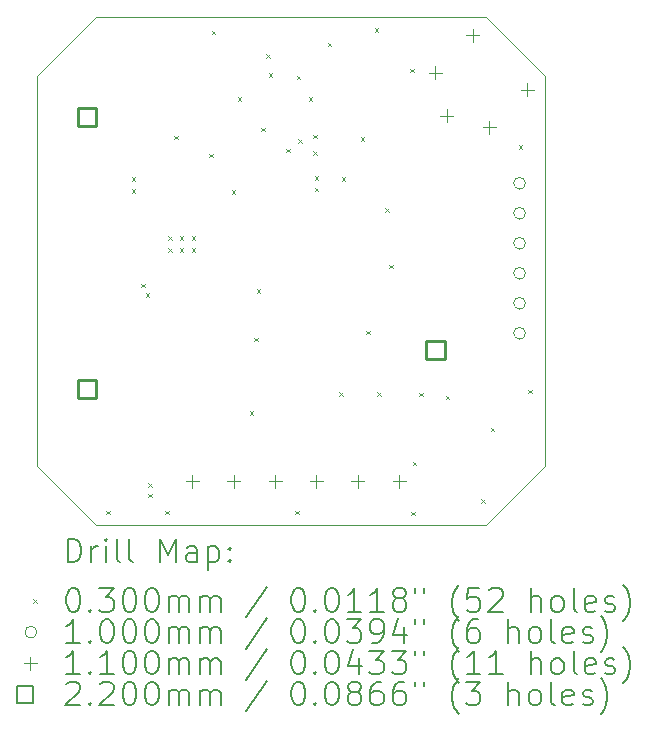
<source format=gbr>
%TF.GenerationSoftware,KiCad,Pcbnew,9.0.1*%
%TF.CreationDate,2025-05-14T09:31:43-05:00*%
%TF.ProjectId,Incipit11,496e6369-7069-4743-9131-2e6b69636164,A*%
%TF.SameCoordinates,Original*%
%TF.FileFunction,Drillmap*%
%TF.FilePolarity,Positive*%
%FSLAX45Y45*%
G04 Gerber Fmt 4.5, Leading zero omitted, Abs format (unit mm)*
G04 Created by KiCad (PCBNEW 9.0.1) date 2025-05-14 09:31:43*
%MOMM*%
%LPD*%
G01*
G04 APERTURE LIST*
%ADD10C,0.050000*%
%ADD11C,0.200000*%
%ADD12C,0.100000*%
%ADD13C,0.110000*%
%ADD14C,0.220000*%
G04 APERTURE END LIST*
D10*
X16225000Y-6830000D02*
X16725000Y-7330000D01*
X16175000Y-11130000D02*
X12975000Y-11130000D01*
X12975000Y-11130000D02*
X12925000Y-11130000D01*
X16725000Y-10630000D02*
X16725000Y-7330000D01*
X12425000Y-10630000D02*
X12425000Y-7330000D01*
X16725000Y-10630000D02*
X16225000Y-11130000D01*
X12925000Y-6830000D02*
X12425000Y-7330000D01*
X16175000Y-11130000D02*
X16225000Y-11130000D01*
X16225000Y-6830000D02*
X12925000Y-6830000D01*
X12425000Y-10630000D02*
X12925000Y-11130000D01*
D11*
D12*
X13010000Y-11010000D02*
X13040000Y-11040000D01*
X13040000Y-11010000D02*
X13010000Y-11040000D01*
X13225000Y-8185000D02*
X13255000Y-8215000D01*
X13255000Y-8185000D02*
X13225000Y-8215000D01*
X13225000Y-8285000D02*
X13255000Y-8315000D01*
X13255000Y-8285000D02*
X13225000Y-8315000D01*
X13305000Y-9085000D02*
X13335000Y-9115000D01*
X13335000Y-9085000D02*
X13305000Y-9115000D01*
X13345000Y-9165000D02*
X13375000Y-9195000D01*
X13375000Y-9165000D02*
X13345000Y-9195000D01*
X13365000Y-10775000D02*
X13395000Y-10805000D01*
X13395000Y-10775000D02*
X13365000Y-10805000D01*
X13365000Y-10865000D02*
X13395000Y-10895000D01*
X13395000Y-10865000D02*
X13365000Y-10895000D01*
X13510000Y-11010000D02*
X13540000Y-11040000D01*
X13540000Y-11010000D02*
X13510000Y-11040000D01*
X13535000Y-8685000D02*
X13565000Y-8715000D01*
X13565000Y-8685000D02*
X13535000Y-8715000D01*
X13535000Y-8785000D02*
X13565000Y-8815000D01*
X13565000Y-8785000D02*
X13535000Y-8815000D01*
X13585000Y-7835000D02*
X13615000Y-7865000D01*
X13615000Y-7835000D02*
X13585000Y-7865000D01*
X13635000Y-8685000D02*
X13665000Y-8715000D01*
X13665000Y-8685000D02*
X13635000Y-8715000D01*
X13635000Y-8785000D02*
X13665000Y-8815000D01*
X13665000Y-8785000D02*
X13635000Y-8815000D01*
X13735000Y-8685000D02*
X13765000Y-8715000D01*
X13765000Y-8685000D02*
X13735000Y-8715000D01*
X13735000Y-8785000D02*
X13765000Y-8815000D01*
X13765000Y-8785000D02*
X13735000Y-8815000D01*
X13885000Y-7985000D02*
X13915000Y-8015000D01*
X13915000Y-7985000D02*
X13885000Y-8015000D01*
X13905000Y-6945000D02*
X13935000Y-6975000D01*
X13935000Y-6945000D02*
X13905000Y-6975000D01*
X14075000Y-8295000D02*
X14105000Y-8325000D01*
X14105000Y-8295000D02*
X14075000Y-8325000D01*
X14125000Y-7505000D02*
X14155000Y-7535000D01*
X14155000Y-7505000D02*
X14125000Y-7535000D01*
X14225000Y-10165000D02*
X14255000Y-10195000D01*
X14255000Y-10165000D02*
X14225000Y-10195000D01*
X14265000Y-9545000D02*
X14295000Y-9575000D01*
X14295000Y-9545000D02*
X14265000Y-9575000D01*
X14285000Y-9135000D02*
X14315000Y-9165000D01*
X14315000Y-9135000D02*
X14285000Y-9165000D01*
X14325000Y-7765000D02*
X14355000Y-7795000D01*
X14355000Y-7765000D02*
X14325000Y-7795000D01*
X14365000Y-7145000D02*
X14395000Y-7175000D01*
X14395000Y-7145000D02*
X14365000Y-7175000D01*
X14385000Y-7305000D02*
X14415000Y-7335000D01*
X14415000Y-7305000D02*
X14385000Y-7335000D01*
X14536386Y-7943613D02*
X14566386Y-7973613D01*
X14566386Y-7943613D02*
X14536386Y-7973613D01*
X14610000Y-11010000D02*
X14640000Y-11040000D01*
X14640000Y-11010000D02*
X14610000Y-11040000D01*
X14625000Y-7325000D02*
X14655000Y-7355000D01*
X14655000Y-7325000D02*
X14625000Y-7355000D01*
X14635000Y-7865000D02*
X14665000Y-7895000D01*
X14665000Y-7865000D02*
X14635000Y-7895000D01*
X14725000Y-7505000D02*
X14755000Y-7535000D01*
X14755000Y-7505000D02*
X14725000Y-7535000D01*
X14765000Y-7825000D02*
X14795000Y-7855000D01*
X14795000Y-7825000D02*
X14765000Y-7855000D01*
X14765000Y-7965000D02*
X14795000Y-7995000D01*
X14795000Y-7965000D02*
X14765000Y-7995000D01*
X14775000Y-8175000D02*
X14805000Y-8205000D01*
X14805000Y-8175000D02*
X14775000Y-8205000D01*
X14775000Y-8275000D02*
X14805000Y-8305000D01*
X14805000Y-8275000D02*
X14775000Y-8305000D01*
X14885000Y-7045000D02*
X14915000Y-7075000D01*
X14915000Y-7045000D02*
X14885000Y-7075000D01*
X14985000Y-10005000D02*
X15015000Y-10035000D01*
X15015000Y-10005000D02*
X14985000Y-10035000D01*
X15005000Y-8185000D02*
X15035000Y-8215000D01*
X15035000Y-8185000D02*
X15005000Y-8215000D01*
X15165000Y-7845000D02*
X15195000Y-7875000D01*
X15195000Y-7845000D02*
X15165000Y-7875000D01*
X15210000Y-9485000D02*
X15240000Y-9515000D01*
X15240000Y-9485000D02*
X15210000Y-9515000D01*
X15285000Y-6925000D02*
X15315000Y-6955000D01*
X15315000Y-6925000D02*
X15285000Y-6955000D01*
X15305000Y-10005000D02*
X15335000Y-10035000D01*
X15335000Y-10005000D02*
X15305000Y-10035000D01*
X15375000Y-8445000D02*
X15405000Y-8475000D01*
X15405000Y-8445000D02*
X15375000Y-8475000D01*
X15405000Y-8925000D02*
X15435000Y-8955000D01*
X15435000Y-8925000D02*
X15405000Y-8955000D01*
X15585000Y-7265000D02*
X15615000Y-7295000D01*
X15615000Y-7265000D02*
X15585000Y-7295000D01*
X15595000Y-11015000D02*
X15625000Y-11045000D01*
X15625000Y-11015000D02*
X15595000Y-11045000D01*
X15605000Y-10595000D02*
X15635000Y-10625000D01*
X15635000Y-10595000D02*
X15605000Y-10625000D01*
X15660000Y-10010000D02*
X15690000Y-10040000D01*
X15690000Y-10010000D02*
X15660000Y-10040000D01*
X15885000Y-10035000D02*
X15915000Y-10065000D01*
X15915000Y-10035000D02*
X15885000Y-10065000D01*
X16185000Y-10910000D02*
X16215000Y-10940000D01*
X16215000Y-10910000D02*
X16185000Y-10940000D01*
X16265000Y-10305000D02*
X16295000Y-10335000D01*
X16295000Y-10305000D02*
X16265000Y-10335000D01*
X16505000Y-7915000D02*
X16535000Y-7945000D01*
X16535000Y-7915000D02*
X16505000Y-7945000D01*
X16585000Y-9985000D02*
X16615000Y-10015000D01*
X16615000Y-9985000D02*
X16585000Y-10015000D01*
X16560000Y-8235000D02*
G75*
G02*
X16460000Y-8235000I-50000J0D01*
G01*
X16460000Y-8235000D02*
G75*
G02*
X16560000Y-8235000I50000J0D01*
G01*
X16560000Y-8489000D02*
G75*
G02*
X16460000Y-8489000I-50000J0D01*
G01*
X16460000Y-8489000D02*
G75*
G02*
X16560000Y-8489000I50000J0D01*
G01*
X16560000Y-8743000D02*
G75*
G02*
X16460000Y-8743000I-50000J0D01*
G01*
X16460000Y-8743000D02*
G75*
G02*
X16560000Y-8743000I50000J0D01*
G01*
X16560000Y-8997000D02*
G75*
G02*
X16460000Y-8997000I-50000J0D01*
G01*
X16460000Y-8997000D02*
G75*
G02*
X16560000Y-8997000I50000J0D01*
G01*
X16560000Y-9251000D02*
G75*
G02*
X16460000Y-9251000I-50000J0D01*
G01*
X16460000Y-9251000D02*
G75*
G02*
X16560000Y-9251000I50000J0D01*
G01*
X16560000Y-9505000D02*
G75*
G02*
X16460000Y-9505000I-50000J0D01*
G01*
X16460000Y-9505000D02*
G75*
G02*
X16560000Y-9505000I50000J0D01*
G01*
D13*
X13740000Y-10705000D02*
X13740000Y-10815000D01*
X13685000Y-10760000D02*
X13795000Y-10760000D01*
X14090000Y-10705000D02*
X14090000Y-10815000D01*
X14035000Y-10760000D02*
X14145000Y-10760000D01*
X14440000Y-10705000D02*
X14440000Y-10815000D01*
X14385000Y-10760000D02*
X14495000Y-10760000D01*
X14790000Y-10705000D02*
X14790000Y-10815000D01*
X14735000Y-10760000D02*
X14845000Y-10760000D01*
X15140000Y-10705000D02*
X15140000Y-10815000D01*
X15085000Y-10760000D02*
X15195000Y-10760000D01*
X15490000Y-10705000D02*
X15490000Y-10815000D01*
X15435000Y-10760000D02*
X15545000Y-10760000D01*
X15795963Y-7246417D02*
X15795963Y-7356417D01*
X15740963Y-7301417D02*
X15850963Y-7301417D01*
X15894958Y-7607042D02*
X15894958Y-7717042D01*
X15839958Y-7662042D02*
X15949958Y-7662042D01*
X16114161Y-6928219D02*
X16114161Y-7038219D01*
X16059161Y-6983219D02*
X16169161Y-6983219D01*
X16255583Y-7706037D02*
X16255583Y-7816037D01*
X16200583Y-7761037D02*
X16310583Y-7761037D01*
X16573781Y-7387839D02*
X16573781Y-7497839D01*
X16518781Y-7442839D02*
X16628781Y-7442839D01*
D14*
X12927782Y-7752782D02*
X12927782Y-7597217D01*
X12772217Y-7597217D01*
X12772217Y-7752782D01*
X12927782Y-7752782D01*
X12927782Y-10052783D02*
X12927782Y-9897218D01*
X12772217Y-9897218D01*
X12772217Y-10052783D01*
X12927782Y-10052783D01*
X15877782Y-9727783D02*
X15877782Y-9572218D01*
X15722217Y-9572218D01*
X15722217Y-9727783D01*
X15877782Y-9727783D01*
D11*
X12683277Y-11443984D02*
X12683277Y-11243984D01*
X12683277Y-11243984D02*
X12730896Y-11243984D01*
X12730896Y-11243984D02*
X12759467Y-11253508D01*
X12759467Y-11253508D02*
X12778515Y-11272555D01*
X12778515Y-11272555D02*
X12788039Y-11291603D01*
X12788039Y-11291603D02*
X12797562Y-11329698D01*
X12797562Y-11329698D02*
X12797562Y-11358269D01*
X12797562Y-11358269D02*
X12788039Y-11396365D01*
X12788039Y-11396365D02*
X12778515Y-11415412D01*
X12778515Y-11415412D02*
X12759467Y-11434460D01*
X12759467Y-11434460D02*
X12730896Y-11443984D01*
X12730896Y-11443984D02*
X12683277Y-11443984D01*
X12883277Y-11443984D02*
X12883277Y-11310650D01*
X12883277Y-11348746D02*
X12892801Y-11329698D01*
X12892801Y-11329698D02*
X12902324Y-11320174D01*
X12902324Y-11320174D02*
X12921372Y-11310650D01*
X12921372Y-11310650D02*
X12940420Y-11310650D01*
X13007086Y-11443984D02*
X13007086Y-11310650D01*
X13007086Y-11243984D02*
X12997562Y-11253508D01*
X12997562Y-11253508D02*
X13007086Y-11263031D01*
X13007086Y-11263031D02*
X13016610Y-11253508D01*
X13016610Y-11253508D02*
X13007086Y-11243984D01*
X13007086Y-11243984D02*
X13007086Y-11263031D01*
X13130896Y-11443984D02*
X13111848Y-11434460D01*
X13111848Y-11434460D02*
X13102324Y-11415412D01*
X13102324Y-11415412D02*
X13102324Y-11243984D01*
X13235658Y-11443984D02*
X13216610Y-11434460D01*
X13216610Y-11434460D02*
X13207086Y-11415412D01*
X13207086Y-11415412D02*
X13207086Y-11243984D01*
X13464229Y-11443984D02*
X13464229Y-11243984D01*
X13464229Y-11243984D02*
X13530896Y-11386841D01*
X13530896Y-11386841D02*
X13597562Y-11243984D01*
X13597562Y-11243984D02*
X13597562Y-11443984D01*
X13778515Y-11443984D02*
X13778515Y-11339222D01*
X13778515Y-11339222D02*
X13768991Y-11320174D01*
X13768991Y-11320174D02*
X13749943Y-11310650D01*
X13749943Y-11310650D02*
X13711848Y-11310650D01*
X13711848Y-11310650D02*
X13692801Y-11320174D01*
X13778515Y-11434460D02*
X13759467Y-11443984D01*
X13759467Y-11443984D02*
X13711848Y-11443984D01*
X13711848Y-11443984D02*
X13692801Y-11434460D01*
X13692801Y-11434460D02*
X13683277Y-11415412D01*
X13683277Y-11415412D02*
X13683277Y-11396365D01*
X13683277Y-11396365D02*
X13692801Y-11377317D01*
X13692801Y-11377317D02*
X13711848Y-11367793D01*
X13711848Y-11367793D02*
X13759467Y-11367793D01*
X13759467Y-11367793D02*
X13778515Y-11358269D01*
X13873753Y-11310650D02*
X13873753Y-11510650D01*
X13873753Y-11320174D02*
X13892801Y-11310650D01*
X13892801Y-11310650D02*
X13930896Y-11310650D01*
X13930896Y-11310650D02*
X13949943Y-11320174D01*
X13949943Y-11320174D02*
X13959467Y-11329698D01*
X13959467Y-11329698D02*
X13968991Y-11348746D01*
X13968991Y-11348746D02*
X13968991Y-11405888D01*
X13968991Y-11405888D02*
X13959467Y-11424936D01*
X13959467Y-11424936D02*
X13949943Y-11434460D01*
X13949943Y-11434460D02*
X13930896Y-11443984D01*
X13930896Y-11443984D02*
X13892801Y-11443984D01*
X13892801Y-11443984D02*
X13873753Y-11434460D01*
X14054705Y-11424936D02*
X14064229Y-11434460D01*
X14064229Y-11434460D02*
X14054705Y-11443984D01*
X14054705Y-11443984D02*
X14045182Y-11434460D01*
X14045182Y-11434460D02*
X14054705Y-11424936D01*
X14054705Y-11424936D02*
X14054705Y-11443984D01*
X14054705Y-11320174D02*
X14064229Y-11329698D01*
X14064229Y-11329698D02*
X14054705Y-11339222D01*
X14054705Y-11339222D02*
X14045182Y-11329698D01*
X14045182Y-11329698D02*
X14054705Y-11320174D01*
X14054705Y-11320174D02*
X14054705Y-11339222D01*
D12*
X12392500Y-11757500D02*
X12422500Y-11787500D01*
X12422500Y-11757500D02*
X12392500Y-11787500D01*
D11*
X12721372Y-11663984D02*
X12740420Y-11663984D01*
X12740420Y-11663984D02*
X12759467Y-11673508D01*
X12759467Y-11673508D02*
X12768991Y-11683031D01*
X12768991Y-11683031D02*
X12778515Y-11702079D01*
X12778515Y-11702079D02*
X12788039Y-11740174D01*
X12788039Y-11740174D02*
X12788039Y-11787793D01*
X12788039Y-11787793D02*
X12778515Y-11825888D01*
X12778515Y-11825888D02*
X12768991Y-11844936D01*
X12768991Y-11844936D02*
X12759467Y-11854460D01*
X12759467Y-11854460D02*
X12740420Y-11863984D01*
X12740420Y-11863984D02*
X12721372Y-11863984D01*
X12721372Y-11863984D02*
X12702324Y-11854460D01*
X12702324Y-11854460D02*
X12692801Y-11844936D01*
X12692801Y-11844936D02*
X12683277Y-11825888D01*
X12683277Y-11825888D02*
X12673753Y-11787793D01*
X12673753Y-11787793D02*
X12673753Y-11740174D01*
X12673753Y-11740174D02*
X12683277Y-11702079D01*
X12683277Y-11702079D02*
X12692801Y-11683031D01*
X12692801Y-11683031D02*
X12702324Y-11673508D01*
X12702324Y-11673508D02*
X12721372Y-11663984D01*
X12873753Y-11844936D02*
X12883277Y-11854460D01*
X12883277Y-11854460D02*
X12873753Y-11863984D01*
X12873753Y-11863984D02*
X12864229Y-11854460D01*
X12864229Y-11854460D02*
X12873753Y-11844936D01*
X12873753Y-11844936D02*
X12873753Y-11863984D01*
X12949943Y-11663984D02*
X13073753Y-11663984D01*
X13073753Y-11663984D02*
X13007086Y-11740174D01*
X13007086Y-11740174D02*
X13035658Y-11740174D01*
X13035658Y-11740174D02*
X13054705Y-11749698D01*
X13054705Y-11749698D02*
X13064229Y-11759222D01*
X13064229Y-11759222D02*
X13073753Y-11778269D01*
X13073753Y-11778269D02*
X13073753Y-11825888D01*
X13073753Y-11825888D02*
X13064229Y-11844936D01*
X13064229Y-11844936D02*
X13054705Y-11854460D01*
X13054705Y-11854460D02*
X13035658Y-11863984D01*
X13035658Y-11863984D02*
X12978515Y-11863984D01*
X12978515Y-11863984D02*
X12959467Y-11854460D01*
X12959467Y-11854460D02*
X12949943Y-11844936D01*
X13197562Y-11663984D02*
X13216610Y-11663984D01*
X13216610Y-11663984D02*
X13235658Y-11673508D01*
X13235658Y-11673508D02*
X13245182Y-11683031D01*
X13245182Y-11683031D02*
X13254705Y-11702079D01*
X13254705Y-11702079D02*
X13264229Y-11740174D01*
X13264229Y-11740174D02*
X13264229Y-11787793D01*
X13264229Y-11787793D02*
X13254705Y-11825888D01*
X13254705Y-11825888D02*
X13245182Y-11844936D01*
X13245182Y-11844936D02*
X13235658Y-11854460D01*
X13235658Y-11854460D02*
X13216610Y-11863984D01*
X13216610Y-11863984D02*
X13197562Y-11863984D01*
X13197562Y-11863984D02*
X13178515Y-11854460D01*
X13178515Y-11854460D02*
X13168991Y-11844936D01*
X13168991Y-11844936D02*
X13159467Y-11825888D01*
X13159467Y-11825888D02*
X13149943Y-11787793D01*
X13149943Y-11787793D02*
X13149943Y-11740174D01*
X13149943Y-11740174D02*
X13159467Y-11702079D01*
X13159467Y-11702079D02*
X13168991Y-11683031D01*
X13168991Y-11683031D02*
X13178515Y-11673508D01*
X13178515Y-11673508D02*
X13197562Y-11663984D01*
X13388039Y-11663984D02*
X13407086Y-11663984D01*
X13407086Y-11663984D02*
X13426134Y-11673508D01*
X13426134Y-11673508D02*
X13435658Y-11683031D01*
X13435658Y-11683031D02*
X13445182Y-11702079D01*
X13445182Y-11702079D02*
X13454705Y-11740174D01*
X13454705Y-11740174D02*
X13454705Y-11787793D01*
X13454705Y-11787793D02*
X13445182Y-11825888D01*
X13445182Y-11825888D02*
X13435658Y-11844936D01*
X13435658Y-11844936D02*
X13426134Y-11854460D01*
X13426134Y-11854460D02*
X13407086Y-11863984D01*
X13407086Y-11863984D02*
X13388039Y-11863984D01*
X13388039Y-11863984D02*
X13368991Y-11854460D01*
X13368991Y-11854460D02*
X13359467Y-11844936D01*
X13359467Y-11844936D02*
X13349943Y-11825888D01*
X13349943Y-11825888D02*
X13340420Y-11787793D01*
X13340420Y-11787793D02*
X13340420Y-11740174D01*
X13340420Y-11740174D02*
X13349943Y-11702079D01*
X13349943Y-11702079D02*
X13359467Y-11683031D01*
X13359467Y-11683031D02*
X13368991Y-11673508D01*
X13368991Y-11673508D02*
X13388039Y-11663984D01*
X13540420Y-11863984D02*
X13540420Y-11730650D01*
X13540420Y-11749698D02*
X13549943Y-11740174D01*
X13549943Y-11740174D02*
X13568991Y-11730650D01*
X13568991Y-11730650D02*
X13597563Y-11730650D01*
X13597563Y-11730650D02*
X13616610Y-11740174D01*
X13616610Y-11740174D02*
X13626134Y-11759222D01*
X13626134Y-11759222D02*
X13626134Y-11863984D01*
X13626134Y-11759222D02*
X13635658Y-11740174D01*
X13635658Y-11740174D02*
X13654705Y-11730650D01*
X13654705Y-11730650D02*
X13683277Y-11730650D01*
X13683277Y-11730650D02*
X13702324Y-11740174D01*
X13702324Y-11740174D02*
X13711848Y-11759222D01*
X13711848Y-11759222D02*
X13711848Y-11863984D01*
X13807086Y-11863984D02*
X13807086Y-11730650D01*
X13807086Y-11749698D02*
X13816610Y-11740174D01*
X13816610Y-11740174D02*
X13835658Y-11730650D01*
X13835658Y-11730650D02*
X13864229Y-11730650D01*
X13864229Y-11730650D02*
X13883277Y-11740174D01*
X13883277Y-11740174D02*
X13892801Y-11759222D01*
X13892801Y-11759222D02*
X13892801Y-11863984D01*
X13892801Y-11759222D02*
X13902324Y-11740174D01*
X13902324Y-11740174D02*
X13921372Y-11730650D01*
X13921372Y-11730650D02*
X13949943Y-11730650D01*
X13949943Y-11730650D02*
X13968991Y-11740174D01*
X13968991Y-11740174D02*
X13978515Y-11759222D01*
X13978515Y-11759222D02*
X13978515Y-11863984D01*
X14368991Y-11654460D02*
X14197563Y-11911603D01*
X14626134Y-11663984D02*
X14645182Y-11663984D01*
X14645182Y-11663984D02*
X14664229Y-11673508D01*
X14664229Y-11673508D02*
X14673753Y-11683031D01*
X14673753Y-11683031D02*
X14683277Y-11702079D01*
X14683277Y-11702079D02*
X14692801Y-11740174D01*
X14692801Y-11740174D02*
X14692801Y-11787793D01*
X14692801Y-11787793D02*
X14683277Y-11825888D01*
X14683277Y-11825888D02*
X14673753Y-11844936D01*
X14673753Y-11844936D02*
X14664229Y-11854460D01*
X14664229Y-11854460D02*
X14645182Y-11863984D01*
X14645182Y-11863984D02*
X14626134Y-11863984D01*
X14626134Y-11863984D02*
X14607086Y-11854460D01*
X14607086Y-11854460D02*
X14597563Y-11844936D01*
X14597563Y-11844936D02*
X14588039Y-11825888D01*
X14588039Y-11825888D02*
X14578515Y-11787793D01*
X14578515Y-11787793D02*
X14578515Y-11740174D01*
X14578515Y-11740174D02*
X14588039Y-11702079D01*
X14588039Y-11702079D02*
X14597563Y-11683031D01*
X14597563Y-11683031D02*
X14607086Y-11673508D01*
X14607086Y-11673508D02*
X14626134Y-11663984D01*
X14778515Y-11844936D02*
X14788039Y-11854460D01*
X14788039Y-11854460D02*
X14778515Y-11863984D01*
X14778515Y-11863984D02*
X14768991Y-11854460D01*
X14768991Y-11854460D02*
X14778515Y-11844936D01*
X14778515Y-11844936D02*
X14778515Y-11863984D01*
X14911848Y-11663984D02*
X14930896Y-11663984D01*
X14930896Y-11663984D02*
X14949944Y-11673508D01*
X14949944Y-11673508D02*
X14959467Y-11683031D01*
X14959467Y-11683031D02*
X14968991Y-11702079D01*
X14968991Y-11702079D02*
X14978515Y-11740174D01*
X14978515Y-11740174D02*
X14978515Y-11787793D01*
X14978515Y-11787793D02*
X14968991Y-11825888D01*
X14968991Y-11825888D02*
X14959467Y-11844936D01*
X14959467Y-11844936D02*
X14949944Y-11854460D01*
X14949944Y-11854460D02*
X14930896Y-11863984D01*
X14930896Y-11863984D02*
X14911848Y-11863984D01*
X14911848Y-11863984D02*
X14892801Y-11854460D01*
X14892801Y-11854460D02*
X14883277Y-11844936D01*
X14883277Y-11844936D02*
X14873753Y-11825888D01*
X14873753Y-11825888D02*
X14864229Y-11787793D01*
X14864229Y-11787793D02*
X14864229Y-11740174D01*
X14864229Y-11740174D02*
X14873753Y-11702079D01*
X14873753Y-11702079D02*
X14883277Y-11683031D01*
X14883277Y-11683031D02*
X14892801Y-11673508D01*
X14892801Y-11673508D02*
X14911848Y-11663984D01*
X15168991Y-11863984D02*
X15054706Y-11863984D01*
X15111848Y-11863984D02*
X15111848Y-11663984D01*
X15111848Y-11663984D02*
X15092801Y-11692555D01*
X15092801Y-11692555D02*
X15073753Y-11711603D01*
X15073753Y-11711603D02*
X15054706Y-11721127D01*
X15359467Y-11863984D02*
X15245182Y-11863984D01*
X15302325Y-11863984D02*
X15302325Y-11663984D01*
X15302325Y-11663984D02*
X15283277Y-11692555D01*
X15283277Y-11692555D02*
X15264229Y-11711603D01*
X15264229Y-11711603D02*
X15245182Y-11721127D01*
X15473753Y-11749698D02*
X15454706Y-11740174D01*
X15454706Y-11740174D02*
X15445182Y-11730650D01*
X15445182Y-11730650D02*
X15435658Y-11711603D01*
X15435658Y-11711603D02*
X15435658Y-11702079D01*
X15435658Y-11702079D02*
X15445182Y-11683031D01*
X15445182Y-11683031D02*
X15454706Y-11673508D01*
X15454706Y-11673508D02*
X15473753Y-11663984D01*
X15473753Y-11663984D02*
X15511848Y-11663984D01*
X15511848Y-11663984D02*
X15530896Y-11673508D01*
X15530896Y-11673508D02*
X15540420Y-11683031D01*
X15540420Y-11683031D02*
X15549944Y-11702079D01*
X15549944Y-11702079D02*
X15549944Y-11711603D01*
X15549944Y-11711603D02*
X15540420Y-11730650D01*
X15540420Y-11730650D02*
X15530896Y-11740174D01*
X15530896Y-11740174D02*
X15511848Y-11749698D01*
X15511848Y-11749698D02*
X15473753Y-11749698D01*
X15473753Y-11749698D02*
X15454706Y-11759222D01*
X15454706Y-11759222D02*
X15445182Y-11768746D01*
X15445182Y-11768746D02*
X15435658Y-11787793D01*
X15435658Y-11787793D02*
X15435658Y-11825888D01*
X15435658Y-11825888D02*
X15445182Y-11844936D01*
X15445182Y-11844936D02*
X15454706Y-11854460D01*
X15454706Y-11854460D02*
X15473753Y-11863984D01*
X15473753Y-11863984D02*
X15511848Y-11863984D01*
X15511848Y-11863984D02*
X15530896Y-11854460D01*
X15530896Y-11854460D02*
X15540420Y-11844936D01*
X15540420Y-11844936D02*
X15549944Y-11825888D01*
X15549944Y-11825888D02*
X15549944Y-11787793D01*
X15549944Y-11787793D02*
X15540420Y-11768746D01*
X15540420Y-11768746D02*
X15530896Y-11759222D01*
X15530896Y-11759222D02*
X15511848Y-11749698D01*
X15626134Y-11663984D02*
X15626134Y-11702079D01*
X15702325Y-11663984D02*
X15702325Y-11702079D01*
X15997563Y-11940174D02*
X15988039Y-11930650D01*
X15988039Y-11930650D02*
X15968991Y-11902079D01*
X15968991Y-11902079D02*
X15959468Y-11883031D01*
X15959468Y-11883031D02*
X15949944Y-11854460D01*
X15949944Y-11854460D02*
X15940420Y-11806841D01*
X15940420Y-11806841D02*
X15940420Y-11768746D01*
X15940420Y-11768746D02*
X15949944Y-11721127D01*
X15949944Y-11721127D02*
X15959468Y-11692555D01*
X15959468Y-11692555D02*
X15968991Y-11673508D01*
X15968991Y-11673508D02*
X15988039Y-11644936D01*
X15988039Y-11644936D02*
X15997563Y-11635412D01*
X16168991Y-11663984D02*
X16073753Y-11663984D01*
X16073753Y-11663984D02*
X16064229Y-11759222D01*
X16064229Y-11759222D02*
X16073753Y-11749698D01*
X16073753Y-11749698D02*
X16092801Y-11740174D01*
X16092801Y-11740174D02*
X16140420Y-11740174D01*
X16140420Y-11740174D02*
X16159468Y-11749698D01*
X16159468Y-11749698D02*
X16168991Y-11759222D01*
X16168991Y-11759222D02*
X16178515Y-11778269D01*
X16178515Y-11778269D02*
X16178515Y-11825888D01*
X16178515Y-11825888D02*
X16168991Y-11844936D01*
X16168991Y-11844936D02*
X16159468Y-11854460D01*
X16159468Y-11854460D02*
X16140420Y-11863984D01*
X16140420Y-11863984D02*
X16092801Y-11863984D01*
X16092801Y-11863984D02*
X16073753Y-11854460D01*
X16073753Y-11854460D02*
X16064229Y-11844936D01*
X16254706Y-11683031D02*
X16264229Y-11673508D01*
X16264229Y-11673508D02*
X16283277Y-11663984D01*
X16283277Y-11663984D02*
X16330896Y-11663984D01*
X16330896Y-11663984D02*
X16349944Y-11673508D01*
X16349944Y-11673508D02*
X16359468Y-11683031D01*
X16359468Y-11683031D02*
X16368991Y-11702079D01*
X16368991Y-11702079D02*
X16368991Y-11721127D01*
X16368991Y-11721127D02*
X16359468Y-11749698D01*
X16359468Y-11749698D02*
X16245182Y-11863984D01*
X16245182Y-11863984D02*
X16368991Y-11863984D01*
X16607087Y-11863984D02*
X16607087Y-11663984D01*
X16692801Y-11863984D02*
X16692801Y-11759222D01*
X16692801Y-11759222D02*
X16683277Y-11740174D01*
X16683277Y-11740174D02*
X16664230Y-11730650D01*
X16664230Y-11730650D02*
X16635658Y-11730650D01*
X16635658Y-11730650D02*
X16616610Y-11740174D01*
X16616610Y-11740174D02*
X16607087Y-11749698D01*
X16816611Y-11863984D02*
X16797563Y-11854460D01*
X16797563Y-11854460D02*
X16788039Y-11844936D01*
X16788039Y-11844936D02*
X16778515Y-11825888D01*
X16778515Y-11825888D02*
X16778515Y-11768746D01*
X16778515Y-11768746D02*
X16788039Y-11749698D01*
X16788039Y-11749698D02*
X16797563Y-11740174D01*
X16797563Y-11740174D02*
X16816611Y-11730650D01*
X16816611Y-11730650D02*
X16845182Y-11730650D01*
X16845182Y-11730650D02*
X16864230Y-11740174D01*
X16864230Y-11740174D02*
X16873753Y-11749698D01*
X16873753Y-11749698D02*
X16883277Y-11768746D01*
X16883277Y-11768746D02*
X16883277Y-11825888D01*
X16883277Y-11825888D02*
X16873753Y-11844936D01*
X16873753Y-11844936D02*
X16864230Y-11854460D01*
X16864230Y-11854460D02*
X16845182Y-11863984D01*
X16845182Y-11863984D02*
X16816611Y-11863984D01*
X16997563Y-11863984D02*
X16978515Y-11854460D01*
X16978515Y-11854460D02*
X16968992Y-11835412D01*
X16968992Y-11835412D02*
X16968992Y-11663984D01*
X17149944Y-11854460D02*
X17130896Y-11863984D01*
X17130896Y-11863984D02*
X17092801Y-11863984D01*
X17092801Y-11863984D02*
X17073753Y-11854460D01*
X17073753Y-11854460D02*
X17064230Y-11835412D01*
X17064230Y-11835412D02*
X17064230Y-11759222D01*
X17064230Y-11759222D02*
X17073753Y-11740174D01*
X17073753Y-11740174D02*
X17092801Y-11730650D01*
X17092801Y-11730650D02*
X17130896Y-11730650D01*
X17130896Y-11730650D02*
X17149944Y-11740174D01*
X17149944Y-11740174D02*
X17159468Y-11759222D01*
X17159468Y-11759222D02*
X17159468Y-11778269D01*
X17159468Y-11778269D02*
X17064230Y-11797317D01*
X17235658Y-11854460D02*
X17254706Y-11863984D01*
X17254706Y-11863984D02*
X17292801Y-11863984D01*
X17292801Y-11863984D02*
X17311849Y-11854460D01*
X17311849Y-11854460D02*
X17321373Y-11835412D01*
X17321373Y-11835412D02*
X17321373Y-11825888D01*
X17321373Y-11825888D02*
X17311849Y-11806841D01*
X17311849Y-11806841D02*
X17292801Y-11797317D01*
X17292801Y-11797317D02*
X17264230Y-11797317D01*
X17264230Y-11797317D02*
X17245182Y-11787793D01*
X17245182Y-11787793D02*
X17235658Y-11768746D01*
X17235658Y-11768746D02*
X17235658Y-11759222D01*
X17235658Y-11759222D02*
X17245182Y-11740174D01*
X17245182Y-11740174D02*
X17264230Y-11730650D01*
X17264230Y-11730650D02*
X17292801Y-11730650D01*
X17292801Y-11730650D02*
X17311849Y-11740174D01*
X17388039Y-11940174D02*
X17397563Y-11930650D01*
X17397563Y-11930650D02*
X17416611Y-11902079D01*
X17416611Y-11902079D02*
X17426134Y-11883031D01*
X17426134Y-11883031D02*
X17435658Y-11854460D01*
X17435658Y-11854460D02*
X17445182Y-11806841D01*
X17445182Y-11806841D02*
X17445182Y-11768746D01*
X17445182Y-11768746D02*
X17435658Y-11721127D01*
X17435658Y-11721127D02*
X17426134Y-11692555D01*
X17426134Y-11692555D02*
X17416611Y-11673508D01*
X17416611Y-11673508D02*
X17397563Y-11644936D01*
X17397563Y-11644936D02*
X17388039Y-11635412D01*
D12*
X12422500Y-12036500D02*
G75*
G02*
X12322500Y-12036500I-50000J0D01*
G01*
X12322500Y-12036500D02*
G75*
G02*
X12422500Y-12036500I50000J0D01*
G01*
D11*
X12788039Y-12127984D02*
X12673753Y-12127984D01*
X12730896Y-12127984D02*
X12730896Y-11927984D01*
X12730896Y-11927984D02*
X12711848Y-11956555D01*
X12711848Y-11956555D02*
X12692801Y-11975603D01*
X12692801Y-11975603D02*
X12673753Y-11985127D01*
X12873753Y-12108936D02*
X12883277Y-12118460D01*
X12883277Y-12118460D02*
X12873753Y-12127984D01*
X12873753Y-12127984D02*
X12864229Y-12118460D01*
X12864229Y-12118460D02*
X12873753Y-12108936D01*
X12873753Y-12108936D02*
X12873753Y-12127984D01*
X13007086Y-11927984D02*
X13026134Y-11927984D01*
X13026134Y-11927984D02*
X13045182Y-11937508D01*
X13045182Y-11937508D02*
X13054705Y-11947031D01*
X13054705Y-11947031D02*
X13064229Y-11966079D01*
X13064229Y-11966079D02*
X13073753Y-12004174D01*
X13073753Y-12004174D02*
X13073753Y-12051793D01*
X13073753Y-12051793D02*
X13064229Y-12089888D01*
X13064229Y-12089888D02*
X13054705Y-12108936D01*
X13054705Y-12108936D02*
X13045182Y-12118460D01*
X13045182Y-12118460D02*
X13026134Y-12127984D01*
X13026134Y-12127984D02*
X13007086Y-12127984D01*
X13007086Y-12127984D02*
X12988039Y-12118460D01*
X12988039Y-12118460D02*
X12978515Y-12108936D01*
X12978515Y-12108936D02*
X12968991Y-12089888D01*
X12968991Y-12089888D02*
X12959467Y-12051793D01*
X12959467Y-12051793D02*
X12959467Y-12004174D01*
X12959467Y-12004174D02*
X12968991Y-11966079D01*
X12968991Y-11966079D02*
X12978515Y-11947031D01*
X12978515Y-11947031D02*
X12988039Y-11937508D01*
X12988039Y-11937508D02*
X13007086Y-11927984D01*
X13197562Y-11927984D02*
X13216610Y-11927984D01*
X13216610Y-11927984D02*
X13235658Y-11937508D01*
X13235658Y-11937508D02*
X13245182Y-11947031D01*
X13245182Y-11947031D02*
X13254705Y-11966079D01*
X13254705Y-11966079D02*
X13264229Y-12004174D01*
X13264229Y-12004174D02*
X13264229Y-12051793D01*
X13264229Y-12051793D02*
X13254705Y-12089888D01*
X13254705Y-12089888D02*
X13245182Y-12108936D01*
X13245182Y-12108936D02*
X13235658Y-12118460D01*
X13235658Y-12118460D02*
X13216610Y-12127984D01*
X13216610Y-12127984D02*
X13197562Y-12127984D01*
X13197562Y-12127984D02*
X13178515Y-12118460D01*
X13178515Y-12118460D02*
X13168991Y-12108936D01*
X13168991Y-12108936D02*
X13159467Y-12089888D01*
X13159467Y-12089888D02*
X13149943Y-12051793D01*
X13149943Y-12051793D02*
X13149943Y-12004174D01*
X13149943Y-12004174D02*
X13159467Y-11966079D01*
X13159467Y-11966079D02*
X13168991Y-11947031D01*
X13168991Y-11947031D02*
X13178515Y-11937508D01*
X13178515Y-11937508D02*
X13197562Y-11927984D01*
X13388039Y-11927984D02*
X13407086Y-11927984D01*
X13407086Y-11927984D02*
X13426134Y-11937508D01*
X13426134Y-11937508D02*
X13435658Y-11947031D01*
X13435658Y-11947031D02*
X13445182Y-11966079D01*
X13445182Y-11966079D02*
X13454705Y-12004174D01*
X13454705Y-12004174D02*
X13454705Y-12051793D01*
X13454705Y-12051793D02*
X13445182Y-12089888D01*
X13445182Y-12089888D02*
X13435658Y-12108936D01*
X13435658Y-12108936D02*
X13426134Y-12118460D01*
X13426134Y-12118460D02*
X13407086Y-12127984D01*
X13407086Y-12127984D02*
X13388039Y-12127984D01*
X13388039Y-12127984D02*
X13368991Y-12118460D01*
X13368991Y-12118460D02*
X13359467Y-12108936D01*
X13359467Y-12108936D02*
X13349943Y-12089888D01*
X13349943Y-12089888D02*
X13340420Y-12051793D01*
X13340420Y-12051793D02*
X13340420Y-12004174D01*
X13340420Y-12004174D02*
X13349943Y-11966079D01*
X13349943Y-11966079D02*
X13359467Y-11947031D01*
X13359467Y-11947031D02*
X13368991Y-11937508D01*
X13368991Y-11937508D02*
X13388039Y-11927984D01*
X13540420Y-12127984D02*
X13540420Y-11994650D01*
X13540420Y-12013698D02*
X13549943Y-12004174D01*
X13549943Y-12004174D02*
X13568991Y-11994650D01*
X13568991Y-11994650D02*
X13597563Y-11994650D01*
X13597563Y-11994650D02*
X13616610Y-12004174D01*
X13616610Y-12004174D02*
X13626134Y-12023222D01*
X13626134Y-12023222D02*
X13626134Y-12127984D01*
X13626134Y-12023222D02*
X13635658Y-12004174D01*
X13635658Y-12004174D02*
X13654705Y-11994650D01*
X13654705Y-11994650D02*
X13683277Y-11994650D01*
X13683277Y-11994650D02*
X13702324Y-12004174D01*
X13702324Y-12004174D02*
X13711848Y-12023222D01*
X13711848Y-12023222D02*
X13711848Y-12127984D01*
X13807086Y-12127984D02*
X13807086Y-11994650D01*
X13807086Y-12013698D02*
X13816610Y-12004174D01*
X13816610Y-12004174D02*
X13835658Y-11994650D01*
X13835658Y-11994650D02*
X13864229Y-11994650D01*
X13864229Y-11994650D02*
X13883277Y-12004174D01*
X13883277Y-12004174D02*
X13892801Y-12023222D01*
X13892801Y-12023222D02*
X13892801Y-12127984D01*
X13892801Y-12023222D02*
X13902324Y-12004174D01*
X13902324Y-12004174D02*
X13921372Y-11994650D01*
X13921372Y-11994650D02*
X13949943Y-11994650D01*
X13949943Y-11994650D02*
X13968991Y-12004174D01*
X13968991Y-12004174D02*
X13978515Y-12023222D01*
X13978515Y-12023222D02*
X13978515Y-12127984D01*
X14368991Y-11918460D02*
X14197563Y-12175603D01*
X14626134Y-11927984D02*
X14645182Y-11927984D01*
X14645182Y-11927984D02*
X14664229Y-11937508D01*
X14664229Y-11937508D02*
X14673753Y-11947031D01*
X14673753Y-11947031D02*
X14683277Y-11966079D01*
X14683277Y-11966079D02*
X14692801Y-12004174D01*
X14692801Y-12004174D02*
X14692801Y-12051793D01*
X14692801Y-12051793D02*
X14683277Y-12089888D01*
X14683277Y-12089888D02*
X14673753Y-12108936D01*
X14673753Y-12108936D02*
X14664229Y-12118460D01*
X14664229Y-12118460D02*
X14645182Y-12127984D01*
X14645182Y-12127984D02*
X14626134Y-12127984D01*
X14626134Y-12127984D02*
X14607086Y-12118460D01*
X14607086Y-12118460D02*
X14597563Y-12108936D01*
X14597563Y-12108936D02*
X14588039Y-12089888D01*
X14588039Y-12089888D02*
X14578515Y-12051793D01*
X14578515Y-12051793D02*
X14578515Y-12004174D01*
X14578515Y-12004174D02*
X14588039Y-11966079D01*
X14588039Y-11966079D02*
X14597563Y-11947031D01*
X14597563Y-11947031D02*
X14607086Y-11937508D01*
X14607086Y-11937508D02*
X14626134Y-11927984D01*
X14778515Y-12108936D02*
X14788039Y-12118460D01*
X14788039Y-12118460D02*
X14778515Y-12127984D01*
X14778515Y-12127984D02*
X14768991Y-12118460D01*
X14768991Y-12118460D02*
X14778515Y-12108936D01*
X14778515Y-12108936D02*
X14778515Y-12127984D01*
X14911848Y-11927984D02*
X14930896Y-11927984D01*
X14930896Y-11927984D02*
X14949944Y-11937508D01*
X14949944Y-11937508D02*
X14959467Y-11947031D01*
X14959467Y-11947031D02*
X14968991Y-11966079D01*
X14968991Y-11966079D02*
X14978515Y-12004174D01*
X14978515Y-12004174D02*
X14978515Y-12051793D01*
X14978515Y-12051793D02*
X14968991Y-12089888D01*
X14968991Y-12089888D02*
X14959467Y-12108936D01*
X14959467Y-12108936D02*
X14949944Y-12118460D01*
X14949944Y-12118460D02*
X14930896Y-12127984D01*
X14930896Y-12127984D02*
X14911848Y-12127984D01*
X14911848Y-12127984D02*
X14892801Y-12118460D01*
X14892801Y-12118460D02*
X14883277Y-12108936D01*
X14883277Y-12108936D02*
X14873753Y-12089888D01*
X14873753Y-12089888D02*
X14864229Y-12051793D01*
X14864229Y-12051793D02*
X14864229Y-12004174D01*
X14864229Y-12004174D02*
X14873753Y-11966079D01*
X14873753Y-11966079D02*
X14883277Y-11947031D01*
X14883277Y-11947031D02*
X14892801Y-11937508D01*
X14892801Y-11937508D02*
X14911848Y-11927984D01*
X15045182Y-11927984D02*
X15168991Y-11927984D01*
X15168991Y-11927984D02*
X15102325Y-12004174D01*
X15102325Y-12004174D02*
X15130896Y-12004174D01*
X15130896Y-12004174D02*
X15149944Y-12013698D01*
X15149944Y-12013698D02*
X15159467Y-12023222D01*
X15159467Y-12023222D02*
X15168991Y-12042269D01*
X15168991Y-12042269D02*
X15168991Y-12089888D01*
X15168991Y-12089888D02*
X15159467Y-12108936D01*
X15159467Y-12108936D02*
X15149944Y-12118460D01*
X15149944Y-12118460D02*
X15130896Y-12127984D01*
X15130896Y-12127984D02*
X15073753Y-12127984D01*
X15073753Y-12127984D02*
X15054706Y-12118460D01*
X15054706Y-12118460D02*
X15045182Y-12108936D01*
X15264229Y-12127984D02*
X15302325Y-12127984D01*
X15302325Y-12127984D02*
X15321372Y-12118460D01*
X15321372Y-12118460D02*
X15330896Y-12108936D01*
X15330896Y-12108936D02*
X15349944Y-12080365D01*
X15349944Y-12080365D02*
X15359467Y-12042269D01*
X15359467Y-12042269D02*
X15359467Y-11966079D01*
X15359467Y-11966079D02*
X15349944Y-11947031D01*
X15349944Y-11947031D02*
X15340420Y-11937508D01*
X15340420Y-11937508D02*
X15321372Y-11927984D01*
X15321372Y-11927984D02*
X15283277Y-11927984D01*
X15283277Y-11927984D02*
X15264229Y-11937508D01*
X15264229Y-11937508D02*
X15254706Y-11947031D01*
X15254706Y-11947031D02*
X15245182Y-11966079D01*
X15245182Y-11966079D02*
X15245182Y-12013698D01*
X15245182Y-12013698D02*
X15254706Y-12032746D01*
X15254706Y-12032746D02*
X15264229Y-12042269D01*
X15264229Y-12042269D02*
X15283277Y-12051793D01*
X15283277Y-12051793D02*
X15321372Y-12051793D01*
X15321372Y-12051793D02*
X15340420Y-12042269D01*
X15340420Y-12042269D02*
X15349944Y-12032746D01*
X15349944Y-12032746D02*
X15359467Y-12013698D01*
X15530896Y-11994650D02*
X15530896Y-12127984D01*
X15483277Y-11918460D02*
X15435658Y-12061317D01*
X15435658Y-12061317D02*
X15559467Y-12061317D01*
X15626134Y-11927984D02*
X15626134Y-11966079D01*
X15702325Y-11927984D02*
X15702325Y-11966079D01*
X15997563Y-12204174D02*
X15988039Y-12194650D01*
X15988039Y-12194650D02*
X15968991Y-12166079D01*
X15968991Y-12166079D02*
X15959468Y-12147031D01*
X15959468Y-12147031D02*
X15949944Y-12118460D01*
X15949944Y-12118460D02*
X15940420Y-12070841D01*
X15940420Y-12070841D02*
X15940420Y-12032746D01*
X15940420Y-12032746D02*
X15949944Y-11985127D01*
X15949944Y-11985127D02*
X15959468Y-11956555D01*
X15959468Y-11956555D02*
X15968991Y-11937508D01*
X15968991Y-11937508D02*
X15988039Y-11908936D01*
X15988039Y-11908936D02*
X15997563Y-11899412D01*
X16159468Y-11927984D02*
X16121372Y-11927984D01*
X16121372Y-11927984D02*
X16102325Y-11937508D01*
X16102325Y-11937508D02*
X16092801Y-11947031D01*
X16092801Y-11947031D02*
X16073753Y-11975603D01*
X16073753Y-11975603D02*
X16064229Y-12013698D01*
X16064229Y-12013698D02*
X16064229Y-12089888D01*
X16064229Y-12089888D02*
X16073753Y-12108936D01*
X16073753Y-12108936D02*
X16083277Y-12118460D01*
X16083277Y-12118460D02*
X16102325Y-12127984D01*
X16102325Y-12127984D02*
X16140420Y-12127984D01*
X16140420Y-12127984D02*
X16159468Y-12118460D01*
X16159468Y-12118460D02*
X16168991Y-12108936D01*
X16168991Y-12108936D02*
X16178515Y-12089888D01*
X16178515Y-12089888D02*
X16178515Y-12042269D01*
X16178515Y-12042269D02*
X16168991Y-12023222D01*
X16168991Y-12023222D02*
X16159468Y-12013698D01*
X16159468Y-12013698D02*
X16140420Y-12004174D01*
X16140420Y-12004174D02*
X16102325Y-12004174D01*
X16102325Y-12004174D02*
X16083277Y-12013698D01*
X16083277Y-12013698D02*
X16073753Y-12023222D01*
X16073753Y-12023222D02*
X16064229Y-12042269D01*
X16416610Y-12127984D02*
X16416610Y-11927984D01*
X16502325Y-12127984D02*
X16502325Y-12023222D01*
X16502325Y-12023222D02*
X16492801Y-12004174D01*
X16492801Y-12004174D02*
X16473753Y-11994650D01*
X16473753Y-11994650D02*
X16445182Y-11994650D01*
X16445182Y-11994650D02*
X16426134Y-12004174D01*
X16426134Y-12004174D02*
X16416610Y-12013698D01*
X16626134Y-12127984D02*
X16607087Y-12118460D01*
X16607087Y-12118460D02*
X16597563Y-12108936D01*
X16597563Y-12108936D02*
X16588039Y-12089888D01*
X16588039Y-12089888D02*
X16588039Y-12032746D01*
X16588039Y-12032746D02*
X16597563Y-12013698D01*
X16597563Y-12013698D02*
X16607087Y-12004174D01*
X16607087Y-12004174D02*
X16626134Y-11994650D01*
X16626134Y-11994650D02*
X16654706Y-11994650D01*
X16654706Y-11994650D02*
X16673753Y-12004174D01*
X16673753Y-12004174D02*
X16683277Y-12013698D01*
X16683277Y-12013698D02*
X16692801Y-12032746D01*
X16692801Y-12032746D02*
X16692801Y-12089888D01*
X16692801Y-12089888D02*
X16683277Y-12108936D01*
X16683277Y-12108936D02*
X16673753Y-12118460D01*
X16673753Y-12118460D02*
X16654706Y-12127984D01*
X16654706Y-12127984D02*
X16626134Y-12127984D01*
X16807087Y-12127984D02*
X16788039Y-12118460D01*
X16788039Y-12118460D02*
X16778515Y-12099412D01*
X16778515Y-12099412D02*
X16778515Y-11927984D01*
X16959468Y-12118460D02*
X16940420Y-12127984D01*
X16940420Y-12127984D02*
X16902325Y-12127984D01*
X16902325Y-12127984D02*
X16883277Y-12118460D01*
X16883277Y-12118460D02*
X16873753Y-12099412D01*
X16873753Y-12099412D02*
X16873753Y-12023222D01*
X16873753Y-12023222D02*
X16883277Y-12004174D01*
X16883277Y-12004174D02*
X16902325Y-11994650D01*
X16902325Y-11994650D02*
X16940420Y-11994650D01*
X16940420Y-11994650D02*
X16959468Y-12004174D01*
X16959468Y-12004174D02*
X16968992Y-12023222D01*
X16968992Y-12023222D02*
X16968992Y-12042269D01*
X16968992Y-12042269D02*
X16873753Y-12061317D01*
X17045182Y-12118460D02*
X17064230Y-12127984D01*
X17064230Y-12127984D02*
X17102325Y-12127984D01*
X17102325Y-12127984D02*
X17121373Y-12118460D01*
X17121373Y-12118460D02*
X17130896Y-12099412D01*
X17130896Y-12099412D02*
X17130896Y-12089888D01*
X17130896Y-12089888D02*
X17121373Y-12070841D01*
X17121373Y-12070841D02*
X17102325Y-12061317D01*
X17102325Y-12061317D02*
X17073753Y-12061317D01*
X17073753Y-12061317D02*
X17054706Y-12051793D01*
X17054706Y-12051793D02*
X17045182Y-12032746D01*
X17045182Y-12032746D02*
X17045182Y-12023222D01*
X17045182Y-12023222D02*
X17054706Y-12004174D01*
X17054706Y-12004174D02*
X17073753Y-11994650D01*
X17073753Y-11994650D02*
X17102325Y-11994650D01*
X17102325Y-11994650D02*
X17121373Y-12004174D01*
X17197563Y-12204174D02*
X17207087Y-12194650D01*
X17207087Y-12194650D02*
X17226134Y-12166079D01*
X17226134Y-12166079D02*
X17235658Y-12147031D01*
X17235658Y-12147031D02*
X17245182Y-12118460D01*
X17245182Y-12118460D02*
X17254706Y-12070841D01*
X17254706Y-12070841D02*
X17254706Y-12032746D01*
X17254706Y-12032746D02*
X17245182Y-11985127D01*
X17245182Y-11985127D02*
X17235658Y-11956555D01*
X17235658Y-11956555D02*
X17226134Y-11937508D01*
X17226134Y-11937508D02*
X17207087Y-11908936D01*
X17207087Y-11908936D02*
X17197563Y-11899412D01*
D13*
X12367500Y-12245500D02*
X12367500Y-12355500D01*
X12312500Y-12300500D02*
X12422500Y-12300500D01*
D11*
X12788039Y-12391984D02*
X12673753Y-12391984D01*
X12730896Y-12391984D02*
X12730896Y-12191984D01*
X12730896Y-12191984D02*
X12711848Y-12220555D01*
X12711848Y-12220555D02*
X12692801Y-12239603D01*
X12692801Y-12239603D02*
X12673753Y-12249127D01*
X12873753Y-12372936D02*
X12883277Y-12382460D01*
X12883277Y-12382460D02*
X12873753Y-12391984D01*
X12873753Y-12391984D02*
X12864229Y-12382460D01*
X12864229Y-12382460D02*
X12873753Y-12372936D01*
X12873753Y-12372936D02*
X12873753Y-12391984D01*
X13073753Y-12391984D02*
X12959467Y-12391984D01*
X13016610Y-12391984D02*
X13016610Y-12191984D01*
X13016610Y-12191984D02*
X12997562Y-12220555D01*
X12997562Y-12220555D02*
X12978515Y-12239603D01*
X12978515Y-12239603D02*
X12959467Y-12249127D01*
X13197562Y-12191984D02*
X13216610Y-12191984D01*
X13216610Y-12191984D02*
X13235658Y-12201508D01*
X13235658Y-12201508D02*
X13245182Y-12211031D01*
X13245182Y-12211031D02*
X13254705Y-12230079D01*
X13254705Y-12230079D02*
X13264229Y-12268174D01*
X13264229Y-12268174D02*
X13264229Y-12315793D01*
X13264229Y-12315793D02*
X13254705Y-12353888D01*
X13254705Y-12353888D02*
X13245182Y-12372936D01*
X13245182Y-12372936D02*
X13235658Y-12382460D01*
X13235658Y-12382460D02*
X13216610Y-12391984D01*
X13216610Y-12391984D02*
X13197562Y-12391984D01*
X13197562Y-12391984D02*
X13178515Y-12382460D01*
X13178515Y-12382460D02*
X13168991Y-12372936D01*
X13168991Y-12372936D02*
X13159467Y-12353888D01*
X13159467Y-12353888D02*
X13149943Y-12315793D01*
X13149943Y-12315793D02*
X13149943Y-12268174D01*
X13149943Y-12268174D02*
X13159467Y-12230079D01*
X13159467Y-12230079D02*
X13168991Y-12211031D01*
X13168991Y-12211031D02*
X13178515Y-12201508D01*
X13178515Y-12201508D02*
X13197562Y-12191984D01*
X13388039Y-12191984D02*
X13407086Y-12191984D01*
X13407086Y-12191984D02*
X13426134Y-12201508D01*
X13426134Y-12201508D02*
X13435658Y-12211031D01*
X13435658Y-12211031D02*
X13445182Y-12230079D01*
X13445182Y-12230079D02*
X13454705Y-12268174D01*
X13454705Y-12268174D02*
X13454705Y-12315793D01*
X13454705Y-12315793D02*
X13445182Y-12353888D01*
X13445182Y-12353888D02*
X13435658Y-12372936D01*
X13435658Y-12372936D02*
X13426134Y-12382460D01*
X13426134Y-12382460D02*
X13407086Y-12391984D01*
X13407086Y-12391984D02*
X13388039Y-12391984D01*
X13388039Y-12391984D02*
X13368991Y-12382460D01*
X13368991Y-12382460D02*
X13359467Y-12372936D01*
X13359467Y-12372936D02*
X13349943Y-12353888D01*
X13349943Y-12353888D02*
X13340420Y-12315793D01*
X13340420Y-12315793D02*
X13340420Y-12268174D01*
X13340420Y-12268174D02*
X13349943Y-12230079D01*
X13349943Y-12230079D02*
X13359467Y-12211031D01*
X13359467Y-12211031D02*
X13368991Y-12201508D01*
X13368991Y-12201508D02*
X13388039Y-12191984D01*
X13540420Y-12391984D02*
X13540420Y-12258650D01*
X13540420Y-12277698D02*
X13549943Y-12268174D01*
X13549943Y-12268174D02*
X13568991Y-12258650D01*
X13568991Y-12258650D02*
X13597563Y-12258650D01*
X13597563Y-12258650D02*
X13616610Y-12268174D01*
X13616610Y-12268174D02*
X13626134Y-12287222D01*
X13626134Y-12287222D02*
X13626134Y-12391984D01*
X13626134Y-12287222D02*
X13635658Y-12268174D01*
X13635658Y-12268174D02*
X13654705Y-12258650D01*
X13654705Y-12258650D02*
X13683277Y-12258650D01*
X13683277Y-12258650D02*
X13702324Y-12268174D01*
X13702324Y-12268174D02*
X13711848Y-12287222D01*
X13711848Y-12287222D02*
X13711848Y-12391984D01*
X13807086Y-12391984D02*
X13807086Y-12258650D01*
X13807086Y-12277698D02*
X13816610Y-12268174D01*
X13816610Y-12268174D02*
X13835658Y-12258650D01*
X13835658Y-12258650D02*
X13864229Y-12258650D01*
X13864229Y-12258650D02*
X13883277Y-12268174D01*
X13883277Y-12268174D02*
X13892801Y-12287222D01*
X13892801Y-12287222D02*
X13892801Y-12391984D01*
X13892801Y-12287222D02*
X13902324Y-12268174D01*
X13902324Y-12268174D02*
X13921372Y-12258650D01*
X13921372Y-12258650D02*
X13949943Y-12258650D01*
X13949943Y-12258650D02*
X13968991Y-12268174D01*
X13968991Y-12268174D02*
X13978515Y-12287222D01*
X13978515Y-12287222D02*
X13978515Y-12391984D01*
X14368991Y-12182460D02*
X14197563Y-12439603D01*
X14626134Y-12191984D02*
X14645182Y-12191984D01*
X14645182Y-12191984D02*
X14664229Y-12201508D01*
X14664229Y-12201508D02*
X14673753Y-12211031D01*
X14673753Y-12211031D02*
X14683277Y-12230079D01*
X14683277Y-12230079D02*
X14692801Y-12268174D01*
X14692801Y-12268174D02*
X14692801Y-12315793D01*
X14692801Y-12315793D02*
X14683277Y-12353888D01*
X14683277Y-12353888D02*
X14673753Y-12372936D01*
X14673753Y-12372936D02*
X14664229Y-12382460D01*
X14664229Y-12382460D02*
X14645182Y-12391984D01*
X14645182Y-12391984D02*
X14626134Y-12391984D01*
X14626134Y-12391984D02*
X14607086Y-12382460D01*
X14607086Y-12382460D02*
X14597563Y-12372936D01*
X14597563Y-12372936D02*
X14588039Y-12353888D01*
X14588039Y-12353888D02*
X14578515Y-12315793D01*
X14578515Y-12315793D02*
X14578515Y-12268174D01*
X14578515Y-12268174D02*
X14588039Y-12230079D01*
X14588039Y-12230079D02*
X14597563Y-12211031D01*
X14597563Y-12211031D02*
X14607086Y-12201508D01*
X14607086Y-12201508D02*
X14626134Y-12191984D01*
X14778515Y-12372936D02*
X14788039Y-12382460D01*
X14788039Y-12382460D02*
X14778515Y-12391984D01*
X14778515Y-12391984D02*
X14768991Y-12382460D01*
X14768991Y-12382460D02*
X14778515Y-12372936D01*
X14778515Y-12372936D02*
X14778515Y-12391984D01*
X14911848Y-12191984D02*
X14930896Y-12191984D01*
X14930896Y-12191984D02*
X14949944Y-12201508D01*
X14949944Y-12201508D02*
X14959467Y-12211031D01*
X14959467Y-12211031D02*
X14968991Y-12230079D01*
X14968991Y-12230079D02*
X14978515Y-12268174D01*
X14978515Y-12268174D02*
X14978515Y-12315793D01*
X14978515Y-12315793D02*
X14968991Y-12353888D01*
X14968991Y-12353888D02*
X14959467Y-12372936D01*
X14959467Y-12372936D02*
X14949944Y-12382460D01*
X14949944Y-12382460D02*
X14930896Y-12391984D01*
X14930896Y-12391984D02*
X14911848Y-12391984D01*
X14911848Y-12391984D02*
X14892801Y-12382460D01*
X14892801Y-12382460D02*
X14883277Y-12372936D01*
X14883277Y-12372936D02*
X14873753Y-12353888D01*
X14873753Y-12353888D02*
X14864229Y-12315793D01*
X14864229Y-12315793D02*
X14864229Y-12268174D01*
X14864229Y-12268174D02*
X14873753Y-12230079D01*
X14873753Y-12230079D02*
X14883277Y-12211031D01*
X14883277Y-12211031D02*
X14892801Y-12201508D01*
X14892801Y-12201508D02*
X14911848Y-12191984D01*
X15149944Y-12258650D02*
X15149944Y-12391984D01*
X15102325Y-12182460D02*
X15054706Y-12325317D01*
X15054706Y-12325317D02*
X15178515Y-12325317D01*
X15235658Y-12191984D02*
X15359467Y-12191984D01*
X15359467Y-12191984D02*
X15292801Y-12268174D01*
X15292801Y-12268174D02*
X15321372Y-12268174D01*
X15321372Y-12268174D02*
X15340420Y-12277698D01*
X15340420Y-12277698D02*
X15349944Y-12287222D01*
X15349944Y-12287222D02*
X15359467Y-12306269D01*
X15359467Y-12306269D02*
X15359467Y-12353888D01*
X15359467Y-12353888D02*
X15349944Y-12372936D01*
X15349944Y-12372936D02*
X15340420Y-12382460D01*
X15340420Y-12382460D02*
X15321372Y-12391984D01*
X15321372Y-12391984D02*
X15264229Y-12391984D01*
X15264229Y-12391984D02*
X15245182Y-12382460D01*
X15245182Y-12382460D02*
X15235658Y-12372936D01*
X15426134Y-12191984D02*
X15549944Y-12191984D01*
X15549944Y-12191984D02*
X15483277Y-12268174D01*
X15483277Y-12268174D02*
X15511848Y-12268174D01*
X15511848Y-12268174D02*
X15530896Y-12277698D01*
X15530896Y-12277698D02*
X15540420Y-12287222D01*
X15540420Y-12287222D02*
X15549944Y-12306269D01*
X15549944Y-12306269D02*
X15549944Y-12353888D01*
X15549944Y-12353888D02*
X15540420Y-12372936D01*
X15540420Y-12372936D02*
X15530896Y-12382460D01*
X15530896Y-12382460D02*
X15511848Y-12391984D01*
X15511848Y-12391984D02*
X15454706Y-12391984D01*
X15454706Y-12391984D02*
X15435658Y-12382460D01*
X15435658Y-12382460D02*
X15426134Y-12372936D01*
X15626134Y-12191984D02*
X15626134Y-12230079D01*
X15702325Y-12191984D02*
X15702325Y-12230079D01*
X15997563Y-12468174D02*
X15988039Y-12458650D01*
X15988039Y-12458650D02*
X15968991Y-12430079D01*
X15968991Y-12430079D02*
X15959468Y-12411031D01*
X15959468Y-12411031D02*
X15949944Y-12382460D01*
X15949944Y-12382460D02*
X15940420Y-12334841D01*
X15940420Y-12334841D02*
X15940420Y-12296746D01*
X15940420Y-12296746D02*
X15949944Y-12249127D01*
X15949944Y-12249127D02*
X15959468Y-12220555D01*
X15959468Y-12220555D02*
X15968991Y-12201508D01*
X15968991Y-12201508D02*
X15988039Y-12172936D01*
X15988039Y-12172936D02*
X15997563Y-12163412D01*
X16178515Y-12391984D02*
X16064229Y-12391984D01*
X16121372Y-12391984D02*
X16121372Y-12191984D01*
X16121372Y-12191984D02*
X16102325Y-12220555D01*
X16102325Y-12220555D02*
X16083277Y-12239603D01*
X16083277Y-12239603D02*
X16064229Y-12249127D01*
X16368991Y-12391984D02*
X16254706Y-12391984D01*
X16311848Y-12391984D02*
X16311848Y-12191984D01*
X16311848Y-12191984D02*
X16292801Y-12220555D01*
X16292801Y-12220555D02*
X16273753Y-12239603D01*
X16273753Y-12239603D02*
X16254706Y-12249127D01*
X16607087Y-12391984D02*
X16607087Y-12191984D01*
X16692801Y-12391984D02*
X16692801Y-12287222D01*
X16692801Y-12287222D02*
X16683277Y-12268174D01*
X16683277Y-12268174D02*
X16664230Y-12258650D01*
X16664230Y-12258650D02*
X16635658Y-12258650D01*
X16635658Y-12258650D02*
X16616610Y-12268174D01*
X16616610Y-12268174D02*
X16607087Y-12277698D01*
X16816611Y-12391984D02*
X16797563Y-12382460D01*
X16797563Y-12382460D02*
X16788039Y-12372936D01*
X16788039Y-12372936D02*
X16778515Y-12353888D01*
X16778515Y-12353888D02*
X16778515Y-12296746D01*
X16778515Y-12296746D02*
X16788039Y-12277698D01*
X16788039Y-12277698D02*
X16797563Y-12268174D01*
X16797563Y-12268174D02*
X16816611Y-12258650D01*
X16816611Y-12258650D02*
X16845182Y-12258650D01*
X16845182Y-12258650D02*
X16864230Y-12268174D01*
X16864230Y-12268174D02*
X16873753Y-12277698D01*
X16873753Y-12277698D02*
X16883277Y-12296746D01*
X16883277Y-12296746D02*
X16883277Y-12353888D01*
X16883277Y-12353888D02*
X16873753Y-12372936D01*
X16873753Y-12372936D02*
X16864230Y-12382460D01*
X16864230Y-12382460D02*
X16845182Y-12391984D01*
X16845182Y-12391984D02*
X16816611Y-12391984D01*
X16997563Y-12391984D02*
X16978515Y-12382460D01*
X16978515Y-12382460D02*
X16968992Y-12363412D01*
X16968992Y-12363412D02*
X16968992Y-12191984D01*
X17149944Y-12382460D02*
X17130896Y-12391984D01*
X17130896Y-12391984D02*
X17092801Y-12391984D01*
X17092801Y-12391984D02*
X17073753Y-12382460D01*
X17073753Y-12382460D02*
X17064230Y-12363412D01*
X17064230Y-12363412D02*
X17064230Y-12287222D01*
X17064230Y-12287222D02*
X17073753Y-12268174D01*
X17073753Y-12268174D02*
X17092801Y-12258650D01*
X17092801Y-12258650D02*
X17130896Y-12258650D01*
X17130896Y-12258650D02*
X17149944Y-12268174D01*
X17149944Y-12268174D02*
X17159468Y-12287222D01*
X17159468Y-12287222D02*
X17159468Y-12306269D01*
X17159468Y-12306269D02*
X17064230Y-12325317D01*
X17235658Y-12382460D02*
X17254706Y-12391984D01*
X17254706Y-12391984D02*
X17292801Y-12391984D01*
X17292801Y-12391984D02*
X17311849Y-12382460D01*
X17311849Y-12382460D02*
X17321373Y-12363412D01*
X17321373Y-12363412D02*
X17321373Y-12353888D01*
X17321373Y-12353888D02*
X17311849Y-12334841D01*
X17311849Y-12334841D02*
X17292801Y-12325317D01*
X17292801Y-12325317D02*
X17264230Y-12325317D01*
X17264230Y-12325317D02*
X17245182Y-12315793D01*
X17245182Y-12315793D02*
X17235658Y-12296746D01*
X17235658Y-12296746D02*
X17235658Y-12287222D01*
X17235658Y-12287222D02*
X17245182Y-12268174D01*
X17245182Y-12268174D02*
X17264230Y-12258650D01*
X17264230Y-12258650D02*
X17292801Y-12258650D01*
X17292801Y-12258650D02*
X17311849Y-12268174D01*
X17388039Y-12468174D02*
X17397563Y-12458650D01*
X17397563Y-12458650D02*
X17416611Y-12430079D01*
X17416611Y-12430079D02*
X17426134Y-12411031D01*
X17426134Y-12411031D02*
X17435658Y-12382460D01*
X17435658Y-12382460D02*
X17445182Y-12334841D01*
X17445182Y-12334841D02*
X17445182Y-12296746D01*
X17445182Y-12296746D02*
X17435658Y-12249127D01*
X17435658Y-12249127D02*
X17426134Y-12220555D01*
X17426134Y-12220555D02*
X17416611Y-12201508D01*
X17416611Y-12201508D02*
X17397563Y-12172936D01*
X17397563Y-12172936D02*
X17388039Y-12163412D01*
X12393211Y-12635211D02*
X12393211Y-12493789D01*
X12251789Y-12493789D01*
X12251789Y-12635211D01*
X12393211Y-12635211D01*
X12673753Y-12475031D02*
X12683277Y-12465508D01*
X12683277Y-12465508D02*
X12702324Y-12455984D01*
X12702324Y-12455984D02*
X12749943Y-12455984D01*
X12749943Y-12455984D02*
X12768991Y-12465508D01*
X12768991Y-12465508D02*
X12778515Y-12475031D01*
X12778515Y-12475031D02*
X12788039Y-12494079D01*
X12788039Y-12494079D02*
X12788039Y-12513127D01*
X12788039Y-12513127D02*
X12778515Y-12541698D01*
X12778515Y-12541698D02*
X12664229Y-12655984D01*
X12664229Y-12655984D02*
X12788039Y-12655984D01*
X12873753Y-12636936D02*
X12883277Y-12646460D01*
X12883277Y-12646460D02*
X12873753Y-12655984D01*
X12873753Y-12655984D02*
X12864229Y-12646460D01*
X12864229Y-12646460D02*
X12873753Y-12636936D01*
X12873753Y-12636936D02*
X12873753Y-12655984D01*
X12959467Y-12475031D02*
X12968991Y-12465508D01*
X12968991Y-12465508D02*
X12988039Y-12455984D01*
X12988039Y-12455984D02*
X13035658Y-12455984D01*
X13035658Y-12455984D02*
X13054705Y-12465508D01*
X13054705Y-12465508D02*
X13064229Y-12475031D01*
X13064229Y-12475031D02*
X13073753Y-12494079D01*
X13073753Y-12494079D02*
X13073753Y-12513127D01*
X13073753Y-12513127D02*
X13064229Y-12541698D01*
X13064229Y-12541698D02*
X12949943Y-12655984D01*
X12949943Y-12655984D02*
X13073753Y-12655984D01*
X13197562Y-12455984D02*
X13216610Y-12455984D01*
X13216610Y-12455984D02*
X13235658Y-12465508D01*
X13235658Y-12465508D02*
X13245182Y-12475031D01*
X13245182Y-12475031D02*
X13254705Y-12494079D01*
X13254705Y-12494079D02*
X13264229Y-12532174D01*
X13264229Y-12532174D02*
X13264229Y-12579793D01*
X13264229Y-12579793D02*
X13254705Y-12617888D01*
X13254705Y-12617888D02*
X13245182Y-12636936D01*
X13245182Y-12636936D02*
X13235658Y-12646460D01*
X13235658Y-12646460D02*
X13216610Y-12655984D01*
X13216610Y-12655984D02*
X13197562Y-12655984D01*
X13197562Y-12655984D02*
X13178515Y-12646460D01*
X13178515Y-12646460D02*
X13168991Y-12636936D01*
X13168991Y-12636936D02*
X13159467Y-12617888D01*
X13159467Y-12617888D02*
X13149943Y-12579793D01*
X13149943Y-12579793D02*
X13149943Y-12532174D01*
X13149943Y-12532174D02*
X13159467Y-12494079D01*
X13159467Y-12494079D02*
X13168991Y-12475031D01*
X13168991Y-12475031D02*
X13178515Y-12465508D01*
X13178515Y-12465508D02*
X13197562Y-12455984D01*
X13388039Y-12455984D02*
X13407086Y-12455984D01*
X13407086Y-12455984D02*
X13426134Y-12465508D01*
X13426134Y-12465508D02*
X13435658Y-12475031D01*
X13435658Y-12475031D02*
X13445182Y-12494079D01*
X13445182Y-12494079D02*
X13454705Y-12532174D01*
X13454705Y-12532174D02*
X13454705Y-12579793D01*
X13454705Y-12579793D02*
X13445182Y-12617888D01*
X13445182Y-12617888D02*
X13435658Y-12636936D01*
X13435658Y-12636936D02*
X13426134Y-12646460D01*
X13426134Y-12646460D02*
X13407086Y-12655984D01*
X13407086Y-12655984D02*
X13388039Y-12655984D01*
X13388039Y-12655984D02*
X13368991Y-12646460D01*
X13368991Y-12646460D02*
X13359467Y-12636936D01*
X13359467Y-12636936D02*
X13349943Y-12617888D01*
X13349943Y-12617888D02*
X13340420Y-12579793D01*
X13340420Y-12579793D02*
X13340420Y-12532174D01*
X13340420Y-12532174D02*
X13349943Y-12494079D01*
X13349943Y-12494079D02*
X13359467Y-12475031D01*
X13359467Y-12475031D02*
X13368991Y-12465508D01*
X13368991Y-12465508D02*
X13388039Y-12455984D01*
X13540420Y-12655984D02*
X13540420Y-12522650D01*
X13540420Y-12541698D02*
X13549943Y-12532174D01*
X13549943Y-12532174D02*
X13568991Y-12522650D01*
X13568991Y-12522650D02*
X13597563Y-12522650D01*
X13597563Y-12522650D02*
X13616610Y-12532174D01*
X13616610Y-12532174D02*
X13626134Y-12551222D01*
X13626134Y-12551222D02*
X13626134Y-12655984D01*
X13626134Y-12551222D02*
X13635658Y-12532174D01*
X13635658Y-12532174D02*
X13654705Y-12522650D01*
X13654705Y-12522650D02*
X13683277Y-12522650D01*
X13683277Y-12522650D02*
X13702324Y-12532174D01*
X13702324Y-12532174D02*
X13711848Y-12551222D01*
X13711848Y-12551222D02*
X13711848Y-12655984D01*
X13807086Y-12655984D02*
X13807086Y-12522650D01*
X13807086Y-12541698D02*
X13816610Y-12532174D01*
X13816610Y-12532174D02*
X13835658Y-12522650D01*
X13835658Y-12522650D02*
X13864229Y-12522650D01*
X13864229Y-12522650D02*
X13883277Y-12532174D01*
X13883277Y-12532174D02*
X13892801Y-12551222D01*
X13892801Y-12551222D02*
X13892801Y-12655984D01*
X13892801Y-12551222D02*
X13902324Y-12532174D01*
X13902324Y-12532174D02*
X13921372Y-12522650D01*
X13921372Y-12522650D02*
X13949943Y-12522650D01*
X13949943Y-12522650D02*
X13968991Y-12532174D01*
X13968991Y-12532174D02*
X13978515Y-12551222D01*
X13978515Y-12551222D02*
X13978515Y-12655984D01*
X14368991Y-12446460D02*
X14197563Y-12703603D01*
X14626134Y-12455984D02*
X14645182Y-12455984D01*
X14645182Y-12455984D02*
X14664229Y-12465508D01*
X14664229Y-12465508D02*
X14673753Y-12475031D01*
X14673753Y-12475031D02*
X14683277Y-12494079D01*
X14683277Y-12494079D02*
X14692801Y-12532174D01*
X14692801Y-12532174D02*
X14692801Y-12579793D01*
X14692801Y-12579793D02*
X14683277Y-12617888D01*
X14683277Y-12617888D02*
X14673753Y-12636936D01*
X14673753Y-12636936D02*
X14664229Y-12646460D01*
X14664229Y-12646460D02*
X14645182Y-12655984D01*
X14645182Y-12655984D02*
X14626134Y-12655984D01*
X14626134Y-12655984D02*
X14607086Y-12646460D01*
X14607086Y-12646460D02*
X14597563Y-12636936D01*
X14597563Y-12636936D02*
X14588039Y-12617888D01*
X14588039Y-12617888D02*
X14578515Y-12579793D01*
X14578515Y-12579793D02*
X14578515Y-12532174D01*
X14578515Y-12532174D02*
X14588039Y-12494079D01*
X14588039Y-12494079D02*
X14597563Y-12475031D01*
X14597563Y-12475031D02*
X14607086Y-12465508D01*
X14607086Y-12465508D02*
X14626134Y-12455984D01*
X14778515Y-12636936D02*
X14788039Y-12646460D01*
X14788039Y-12646460D02*
X14778515Y-12655984D01*
X14778515Y-12655984D02*
X14768991Y-12646460D01*
X14768991Y-12646460D02*
X14778515Y-12636936D01*
X14778515Y-12636936D02*
X14778515Y-12655984D01*
X14911848Y-12455984D02*
X14930896Y-12455984D01*
X14930896Y-12455984D02*
X14949944Y-12465508D01*
X14949944Y-12465508D02*
X14959467Y-12475031D01*
X14959467Y-12475031D02*
X14968991Y-12494079D01*
X14968991Y-12494079D02*
X14978515Y-12532174D01*
X14978515Y-12532174D02*
X14978515Y-12579793D01*
X14978515Y-12579793D02*
X14968991Y-12617888D01*
X14968991Y-12617888D02*
X14959467Y-12636936D01*
X14959467Y-12636936D02*
X14949944Y-12646460D01*
X14949944Y-12646460D02*
X14930896Y-12655984D01*
X14930896Y-12655984D02*
X14911848Y-12655984D01*
X14911848Y-12655984D02*
X14892801Y-12646460D01*
X14892801Y-12646460D02*
X14883277Y-12636936D01*
X14883277Y-12636936D02*
X14873753Y-12617888D01*
X14873753Y-12617888D02*
X14864229Y-12579793D01*
X14864229Y-12579793D02*
X14864229Y-12532174D01*
X14864229Y-12532174D02*
X14873753Y-12494079D01*
X14873753Y-12494079D02*
X14883277Y-12475031D01*
X14883277Y-12475031D02*
X14892801Y-12465508D01*
X14892801Y-12465508D02*
X14911848Y-12455984D01*
X15092801Y-12541698D02*
X15073753Y-12532174D01*
X15073753Y-12532174D02*
X15064229Y-12522650D01*
X15064229Y-12522650D02*
X15054706Y-12503603D01*
X15054706Y-12503603D02*
X15054706Y-12494079D01*
X15054706Y-12494079D02*
X15064229Y-12475031D01*
X15064229Y-12475031D02*
X15073753Y-12465508D01*
X15073753Y-12465508D02*
X15092801Y-12455984D01*
X15092801Y-12455984D02*
X15130896Y-12455984D01*
X15130896Y-12455984D02*
X15149944Y-12465508D01*
X15149944Y-12465508D02*
X15159467Y-12475031D01*
X15159467Y-12475031D02*
X15168991Y-12494079D01*
X15168991Y-12494079D02*
X15168991Y-12503603D01*
X15168991Y-12503603D02*
X15159467Y-12522650D01*
X15159467Y-12522650D02*
X15149944Y-12532174D01*
X15149944Y-12532174D02*
X15130896Y-12541698D01*
X15130896Y-12541698D02*
X15092801Y-12541698D01*
X15092801Y-12541698D02*
X15073753Y-12551222D01*
X15073753Y-12551222D02*
X15064229Y-12560746D01*
X15064229Y-12560746D02*
X15054706Y-12579793D01*
X15054706Y-12579793D02*
X15054706Y-12617888D01*
X15054706Y-12617888D02*
X15064229Y-12636936D01*
X15064229Y-12636936D02*
X15073753Y-12646460D01*
X15073753Y-12646460D02*
X15092801Y-12655984D01*
X15092801Y-12655984D02*
X15130896Y-12655984D01*
X15130896Y-12655984D02*
X15149944Y-12646460D01*
X15149944Y-12646460D02*
X15159467Y-12636936D01*
X15159467Y-12636936D02*
X15168991Y-12617888D01*
X15168991Y-12617888D02*
X15168991Y-12579793D01*
X15168991Y-12579793D02*
X15159467Y-12560746D01*
X15159467Y-12560746D02*
X15149944Y-12551222D01*
X15149944Y-12551222D02*
X15130896Y-12541698D01*
X15340420Y-12455984D02*
X15302325Y-12455984D01*
X15302325Y-12455984D02*
X15283277Y-12465508D01*
X15283277Y-12465508D02*
X15273753Y-12475031D01*
X15273753Y-12475031D02*
X15254706Y-12503603D01*
X15254706Y-12503603D02*
X15245182Y-12541698D01*
X15245182Y-12541698D02*
X15245182Y-12617888D01*
X15245182Y-12617888D02*
X15254706Y-12636936D01*
X15254706Y-12636936D02*
X15264229Y-12646460D01*
X15264229Y-12646460D02*
X15283277Y-12655984D01*
X15283277Y-12655984D02*
X15321372Y-12655984D01*
X15321372Y-12655984D02*
X15340420Y-12646460D01*
X15340420Y-12646460D02*
X15349944Y-12636936D01*
X15349944Y-12636936D02*
X15359467Y-12617888D01*
X15359467Y-12617888D02*
X15359467Y-12570269D01*
X15359467Y-12570269D02*
X15349944Y-12551222D01*
X15349944Y-12551222D02*
X15340420Y-12541698D01*
X15340420Y-12541698D02*
X15321372Y-12532174D01*
X15321372Y-12532174D02*
X15283277Y-12532174D01*
X15283277Y-12532174D02*
X15264229Y-12541698D01*
X15264229Y-12541698D02*
X15254706Y-12551222D01*
X15254706Y-12551222D02*
X15245182Y-12570269D01*
X15530896Y-12455984D02*
X15492801Y-12455984D01*
X15492801Y-12455984D02*
X15473753Y-12465508D01*
X15473753Y-12465508D02*
X15464229Y-12475031D01*
X15464229Y-12475031D02*
X15445182Y-12503603D01*
X15445182Y-12503603D02*
X15435658Y-12541698D01*
X15435658Y-12541698D02*
X15435658Y-12617888D01*
X15435658Y-12617888D02*
X15445182Y-12636936D01*
X15445182Y-12636936D02*
X15454706Y-12646460D01*
X15454706Y-12646460D02*
X15473753Y-12655984D01*
X15473753Y-12655984D02*
X15511848Y-12655984D01*
X15511848Y-12655984D02*
X15530896Y-12646460D01*
X15530896Y-12646460D02*
X15540420Y-12636936D01*
X15540420Y-12636936D02*
X15549944Y-12617888D01*
X15549944Y-12617888D02*
X15549944Y-12570269D01*
X15549944Y-12570269D02*
X15540420Y-12551222D01*
X15540420Y-12551222D02*
X15530896Y-12541698D01*
X15530896Y-12541698D02*
X15511848Y-12532174D01*
X15511848Y-12532174D02*
X15473753Y-12532174D01*
X15473753Y-12532174D02*
X15454706Y-12541698D01*
X15454706Y-12541698D02*
X15445182Y-12551222D01*
X15445182Y-12551222D02*
X15435658Y-12570269D01*
X15626134Y-12455984D02*
X15626134Y-12494079D01*
X15702325Y-12455984D02*
X15702325Y-12494079D01*
X15997563Y-12732174D02*
X15988039Y-12722650D01*
X15988039Y-12722650D02*
X15968991Y-12694079D01*
X15968991Y-12694079D02*
X15959468Y-12675031D01*
X15959468Y-12675031D02*
X15949944Y-12646460D01*
X15949944Y-12646460D02*
X15940420Y-12598841D01*
X15940420Y-12598841D02*
X15940420Y-12560746D01*
X15940420Y-12560746D02*
X15949944Y-12513127D01*
X15949944Y-12513127D02*
X15959468Y-12484555D01*
X15959468Y-12484555D02*
X15968991Y-12465508D01*
X15968991Y-12465508D02*
X15988039Y-12436936D01*
X15988039Y-12436936D02*
X15997563Y-12427412D01*
X16054706Y-12455984D02*
X16178515Y-12455984D01*
X16178515Y-12455984D02*
X16111848Y-12532174D01*
X16111848Y-12532174D02*
X16140420Y-12532174D01*
X16140420Y-12532174D02*
X16159468Y-12541698D01*
X16159468Y-12541698D02*
X16168991Y-12551222D01*
X16168991Y-12551222D02*
X16178515Y-12570269D01*
X16178515Y-12570269D02*
X16178515Y-12617888D01*
X16178515Y-12617888D02*
X16168991Y-12636936D01*
X16168991Y-12636936D02*
X16159468Y-12646460D01*
X16159468Y-12646460D02*
X16140420Y-12655984D01*
X16140420Y-12655984D02*
X16083277Y-12655984D01*
X16083277Y-12655984D02*
X16064229Y-12646460D01*
X16064229Y-12646460D02*
X16054706Y-12636936D01*
X16416610Y-12655984D02*
X16416610Y-12455984D01*
X16502325Y-12655984D02*
X16502325Y-12551222D01*
X16502325Y-12551222D02*
X16492801Y-12532174D01*
X16492801Y-12532174D02*
X16473753Y-12522650D01*
X16473753Y-12522650D02*
X16445182Y-12522650D01*
X16445182Y-12522650D02*
X16426134Y-12532174D01*
X16426134Y-12532174D02*
X16416610Y-12541698D01*
X16626134Y-12655984D02*
X16607087Y-12646460D01*
X16607087Y-12646460D02*
X16597563Y-12636936D01*
X16597563Y-12636936D02*
X16588039Y-12617888D01*
X16588039Y-12617888D02*
X16588039Y-12560746D01*
X16588039Y-12560746D02*
X16597563Y-12541698D01*
X16597563Y-12541698D02*
X16607087Y-12532174D01*
X16607087Y-12532174D02*
X16626134Y-12522650D01*
X16626134Y-12522650D02*
X16654706Y-12522650D01*
X16654706Y-12522650D02*
X16673753Y-12532174D01*
X16673753Y-12532174D02*
X16683277Y-12541698D01*
X16683277Y-12541698D02*
X16692801Y-12560746D01*
X16692801Y-12560746D02*
X16692801Y-12617888D01*
X16692801Y-12617888D02*
X16683277Y-12636936D01*
X16683277Y-12636936D02*
X16673753Y-12646460D01*
X16673753Y-12646460D02*
X16654706Y-12655984D01*
X16654706Y-12655984D02*
X16626134Y-12655984D01*
X16807087Y-12655984D02*
X16788039Y-12646460D01*
X16788039Y-12646460D02*
X16778515Y-12627412D01*
X16778515Y-12627412D02*
X16778515Y-12455984D01*
X16959468Y-12646460D02*
X16940420Y-12655984D01*
X16940420Y-12655984D02*
X16902325Y-12655984D01*
X16902325Y-12655984D02*
X16883277Y-12646460D01*
X16883277Y-12646460D02*
X16873753Y-12627412D01*
X16873753Y-12627412D02*
X16873753Y-12551222D01*
X16873753Y-12551222D02*
X16883277Y-12532174D01*
X16883277Y-12532174D02*
X16902325Y-12522650D01*
X16902325Y-12522650D02*
X16940420Y-12522650D01*
X16940420Y-12522650D02*
X16959468Y-12532174D01*
X16959468Y-12532174D02*
X16968992Y-12551222D01*
X16968992Y-12551222D02*
X16968992Y-12570269D01*
X16968992Y-12570269D02*
X16873753Y-12589317D01*
X17045182Y-12646460D02*
X17064230Y-12655984D01*
X17064230Y-12655984D02*
X17102325Y-12655984D01*
X17102325Y-12655984D02*
X17121373Y-12646460D01*
X17121373Y-12646460D02*
X17130896Y-12627412D01*
X17130896Y-12627412D02*
X17130896Y-12617888D01*
X17130896Y-12617888D02*
X17121373Y-12598841D01*
X17121373Y-12598841D02*
X17102325Y-12589317D01*
X17102325Y-12589317D02*
X17073753Y-12589317D01*
X17073753Y-12589317D02*
X17054706Y-12579793D01*
X17054706Y-12579793D02*
X17045182Y-12560746D01*
X17045182Y-12560746D02*
X17045182Y-12551222D01*
X17045182Y-12551222D02*
X17054706Y-12532174D01*
X17054706Y-12532174D02*
X17073753Y-12522650D01*
X17073753Y-12522650D02*
X17102325Y-12522650D01*
X17102325Y-12522650D02*
X17121373Y-12532174D01*
X17197563Y-12732174D02*
X17207087Y-12722650D01*
X17207087Y-12722650D02*
X17226134Y-12694079D01*
X17226134Y-12694079D02*
X17235658Y-12675031D01*
X17235658Y-12675031D02*
X17245182Y-12646460D01*
X17245182Y-12646460D02*
X17254706Y-12598841D01*
X17254706Y-12598841D02*
X17254706Y-12560746D01*
X17254706Y-12560746D02*
X17245182Y-12513127D01*
X17245182Y-12513127D02*
X17235658Y-12484555D01*
X17235658Y-12484555D02*
X17226134Y-12465508D01*
X17226134Y-12465508D02*
X17207087Y-12436936D01*
X17207087Y-12436936D02*
X17197563Y-12427412D01*
M02*

</source>
